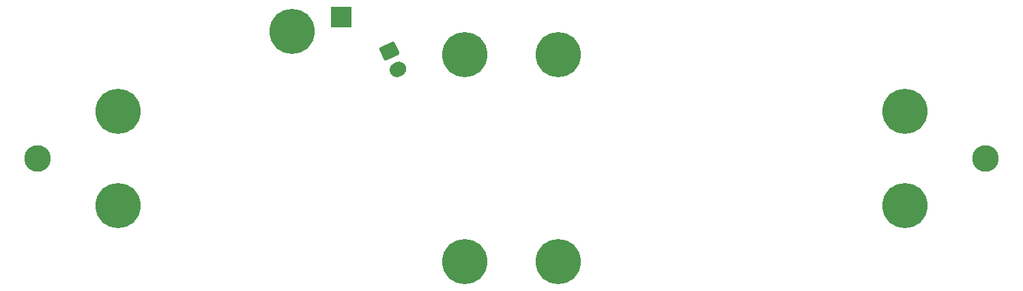
<source format=gbr>
%TF.GenerationSoftware,KiCad,Pcbnew,(5.1.6)-1*%
%TF.CreationDate,2020-10-05T10:15:20-05:00*%
%TF.ProjectId,DDD Charm,44444420-4368-4617-926d-2e6b69636164,rev?*%
%TF.SameCoordinates,Original*%
%TF.FileFunction,Soldermask,Bot*%
%TF.FilePolarity,Negative*%
%FSLAX46Y46*%
G04 Gerber Fmt 4.6, Leading zero omitted, Abs format (unit mm)*
G04 Created by KiCad (PCBNEW (5.1.6)-1) date 2020-10-05 10:15:20*
%MOMM*%
%LPD*%
G01*
G04 APERTURE LIST*
%ADD10R,2.600000X2.600000*%
%ADD11C,3.300000*%
%ADD12C,5.600000*%
G04 APERTURE END LIST*
D10*
%TO.C,REF\u002A\u002A*%
X236700000Y-99300000D03*
%TD*%
D11*
%TO.C,REF\u002A\u002A*%
X199060000Y-116825000D03*
%TD*%
%TO.C,REF\u002A\u002A*%
X316630000Y-116825000D03*
%TD*%
D12*
%TO.C,.*%
X230600000Y-101100000D03*
%TD*%
%TO.C,.*%
X209060000Y-111000000D03*
%TD*%
%TO.C,.*%
X306630000Y-122650000D03*
%TD*%
%TO.C,.*%
G36*
G01*
X241607829Y-103026247D02*
X243031457Y-102362399D01*
G75*
G02*
X243383091Y-102490383I111825J-239809D01*
G01*
X243920155Y-103642119D01*
G75*
G02*
X243792171Y-103993753I-239809J-111825D01*
G01*
X242368543Y-104657601D01*
G75*
G02*
X242016909Y-104529617I-111825J239809D01*
G01*
X241479845Y-103377881D01*
G75*
G02*
X241607829Y-103026247I239809J111825D01*
G01*
G37*
G36*
G01*
X243240243Y-105023485D02*
X243512136Y-104896699D01*
G75*
G02*
X244708169Y-105332020I380356J-815677D01*
G01*
X244708169Y-105332020D01*
G75*
G02*
X244272848Y-106528053I-815677J-380356D01*
G01*
X244000956Y-106654839D01*
G75*
G02*
X242804923Y-106219518I-380356J815677D01*
G01*
X242804923Y-106219518D01*
G75*
G02*
X243240244Y-105023485I815677J380356D01*
G01*
G37*
%TD*%
%TO.C,.*%
X252020000Y-103980000D03*
%TD*%
%TO.C,.*%
X263670000Y-103980000D03*
%TD*%
%TO.C,.*%
X263670000Y-129580000D03*
%TD*%
%TO.C,.*%
X252020000Y-129580000D03*
%TD*%
%TO.C,.*%
X209060000Y-122650000D03*
%TD*%
%TO.C,.*%
X306630000Y-111000000D03*
%TD*%
M02*

</source>
